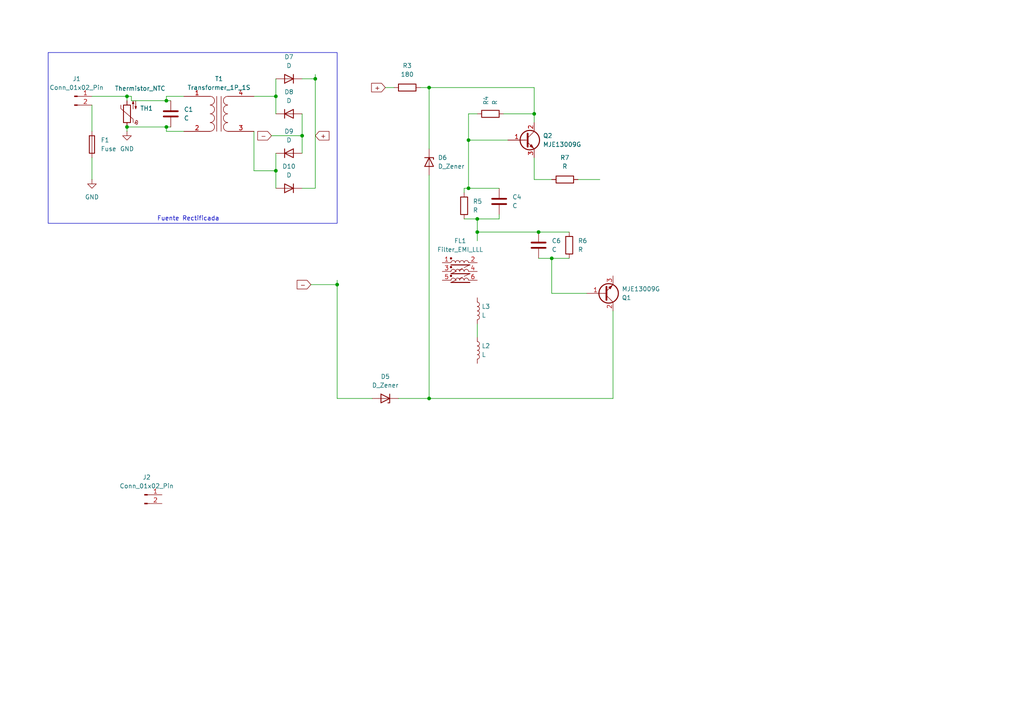
<source format=kicad_sch>
(kicad_sch (version 20231120) (generator "eeschema") (generator_version "8.0")
  (paper "A4")
  (lib_symbols
    (symbol "Connector:Conn_01x02_Pin" (pin_names (offset 1.016) hide)
      (property "Reference" "J" (at 0 2.54 0))
      (property "Value" "Conn_01x02_Pin" (at 0 -5.08 0))
      (symbol "Conn_01x02_Pin_1_1"
        (polyline (pts (xy 1.27 -2.54) (xy 0.8636 -2.54)) (stroke (width 0.1524)))
        (polyline (pts (xy 1.27 0) (xy 0.8636 0)) (stroke (width 0.1524)))
        (rectangle (start 0.8636 -2.413) (end 0 -2.667) (stroke (width 0.1524)) (fill (type outline)))
        (rectangle (start 0.8636 0.127) (end 0 -0.127) (stroke (width 0.1524)) (fill (type outline)))
        (pin passive line (at 5.08 0 180) (length 3.81) (name "Pin_1") (number "1"))
        (pin passive line (at 5.08 -2.54 180) (length 3.81) (name "Pin_2") (number "2"))
      )
    )
    (symbol "Device:C" (pin_numbers hide) (pin_names (offset 0.254))
      (property "Reference" "C" (at 0.635 2.54 0))
      (property "Value" "C" (at 0.635 -2.54 0))
      (symbol "C_0_1"
        (polyline (pts (xy -2.032 -0.762) (xy 2.032 -0.762)) (stroke (width 0.508)))
        (polyline (pts (xy -2.032 0.762) (xy 2.032 0.762)) (stroke (width 0.508)))
      )
      (symbol "C_1_1"
        (pin passive line (at 0 3.81 270) (length 2.794) (name "~") (number "1"))
        (pin passive line (at 0 -3.81 90) (length 2.794) (name "~") (number "2"))
      )
    )
    (symbol "Device:D" (pin_numbers hide) (pin_names (offset 1.016) hide)
      (property "Reference" "D" (at 0 2.54 0))
      (property "Value" "D" (at 0 -2.54 0))
      (symbol "D_0_1"
        (polyline (pts (xy -1.27 1.27) (xy -1.27 -1.27)) (stroke (width 0.254)))
        (polyline (pts (xy 1.27 0) (xy -1.27 0)))
        (polyline (pts (xy 1.27 1.27) (xy 1.27 -1.27) (xy -1.27 0) (xy 1.27 1.27)) (stroke (width 0.254)))
      )
      (symbol "D_1_1"
        (pin passive line (at -3.81 0 0) (length 2.54) (name "K") (number "1"))
        (pin passive line (at 3.81 0 180) (length 2.54) (name "A") (number "2"))
      )
    )
    (symbol "Device:D_Zener" (pin_numbers hide) (pin_names (offset 1.016) hide)
      (property "Reference" "D" (at 0 2.54 0))
      (property "Value" "D_Zener" (at 0 -2.54 0))
      (symbol "D_Zener_0_1"
        (polyline (pts (xy 1.27 0) (xy -1.27 0)))
        (polyline (pts (xy -1.27 -1.27) (xy -1.27 1.27) (xy -0.762 1.27)) (stroke (width 0.254)))
        (polyline (pts (xy 1.27 -1.27) (xy 1.27 1.27) (xy -1.27 0) (xy 1.27 -1.27)) (stroke (width 0.254)))
      )
      (symbol "D_Zener_1_1"
        (pin passive line (at -3.81 0 0) (length 2.54) (name "K") (number "1"))
        (pin passive line (at 3.81 0 180) (length 2.54) (name "A") (number "2"))
      )
    )
    (symbol "Device:Filter_EMI_LLL" (pin_names hide)
      (property "Reference" "FL" (at 0 5.08 0))
      (property "Value" "Filter_EMI_LLL" (at 0 -5.08 0))
      (symbol "Filter_EMI_LLL_0_1"
        (circle (center -2.54 -1.27) (radius 0.254) (fill (type outline)))
        (circle (center -2.54 1.27) (radius 0.254) (fill (type outline)))
        (circle (center -2.54 3.81) (radius 0.254) (fill (type outline)))
        (arc (start -1.27 -2.54) (mid -1.905 -1.9077) (end -2.54 -2.54))
        (arc (start -1.27 0) (mid -1.905 0.6323) (end -2.54 0))
        (arc (start -1.27 2.54) (mid -1.905 3.1723) (end -2.54 2.54))
        (arc (start 0 -2.54) (mid -0.635 -1.9077) (end -1.27 -2.54))
        (arc (start 0 0) (mid -0.635 0.6323) (end -1.27 0))
        (polyline (pts (xy -2.54 -3.175) (xy 2.921 -3.175)) (stroke (width 0.3)))
        (polyline (pts (xy -2.54 -0.635) (xy 2.921 -0.635)) (stroke (width 0.3)))
        (polyline (pts (xy -2.54 1.905) (xy 2.921 1.905)) (stroke (width 0.3)))
        (polyline (pts (xy -0.889 -2.413) (xy -2.54 -3.175)) (stroke (width 0.1524)))
        (polyline (pts (xy -0.889 0.127) (xy -2.54 -0.635)) (stroke (width 0.1524)))
        (polyline (pts (xy 0.762 -1.651) (xy -0.254 -2.159)) (stroke (width 0.1524)))
        (polyline (pts (xy 0.762 0.889) (xy -0.254 0.381)) (stroke (width 0.1524)))
        (polyline (pts (xy 2.921 -0.635) (xy 1.27 -1.397)) (stroke (width 0.1524)))
        (polyline (pts (xy 2.921 1.905) (xy 1.27 1.143)) (stroke (width 0.1524)))
        (arc (start 0 2.54) (mid -0.635 3.1723) (end -1.27 2.54))
        (arc (start 1.27 -2.54) (mid 0.635 -1.9077) (end 0 -2.54))
        (arc (start 1.27 0) (mid 0.635 0.6323) (end 0 0))
        (arc (start 1.27 2.54) (mid 0.635 3.1723) (end 0 2.54))
        (arc (start 2.54 -2.54) (mid 1.905 -1.9077) (end 1.27 -2.54))
        (arc (start 2.54 0) (mid 1.905 0.6323) (end 1.27 0))
        (arc (start 2.54 2.54) (mid 1.905 3.1723) (end 1.27 2.54))
      )
      (symbol "Filter_EMI_LLL_1_1"
        (pin passive line (at -5.08 2.54 0) (length 2.54) (name "1") (number "1"))
        (pin passive line (at 5.08 2.54 180) (length 2.54) (name "2") (number "2"))
        (pin passive line (at -5.08 0 0) (length 2.54) (name "3") (number "3"))
        (pin passive line (at 5.08 0 180) (length 2.54) (name "4") (number "4"))
        (pin passive line (at -5.08 -2.54 0) (length 2.54) (name "5") (number "5"))
        (pin passive line (at 5.08 -2.54 180) (length 2.54) (name "6") (number "6"))
      )
    )
    (symbol "Device:Fuse" (pin_numbers hide) (pin_names (offset 0))
      (property "Reference" "F" (at 2.032 0 90))
      (property "Value" "Fuse" (at -1.905 0 90))
      (symbol "Fuse_0_1"
        (rectangle (start -0.762 -2.54) (end 0.762 2.54) (stroke (width 0.254)))
        (polyline (pts (xy 0 2.54) (xy 0 -2.54)))
      )
      (symbol "Fuse_1_1"
        (pin passive line (at 0 3.81 270) (length 1.27) (name "~") (number "1"))
        (pin passive line (at 0 -3.81 90) (length 1.27) (name "~") (number "2"))
      )
    )
    (symbol "Device:L" (pin_numbers hide) (pin_names (offset 1.016) hide)
      (property "Reference" "L" (at -1.27 0 90))
      (property "Value" "L" (at 1.905 0 90))
      (symbol "L_0_1"
        (arc (start 0 -2.54) (mid 0.6323 -1.905) (end 0 -1.27))
        (arc (start 0 -1.27) (mid 0.6323 -0.635) (end 0 0))
        (arc (start 0 0) (mid 0.6323 0.635) (end 0 1.27))
        (arc (start 0 1.27) (mid 0.6323 1.905) (end 0 2.54))
      )
      (symbol "L_1_1"
        (pin passive line (at 0 3.81 270) (length 1.27) (name "1") (number "1"))
        (pin passive line (at 0 -3.81 90) (length 1.27) (name "2") (number "2"))
      )
    )
    (symbol "Device:R" (pin_numbers hide) (pin_names (offset 0))
      (property "Reference" "R" (at 2.032 0 90))
      (property "Value" "R" (at 0 0 90))
      (symbol "R_0_1"
        (rectangle (start -1.016 -2.54) (end 1.016 2.54) (stroke (width 0.254)))
      )
      (symbol "R_1_1"
        (pin passive line (at 0 3.81 270) (length 1.27) (name "~") (number "1"))
        (pin passive line (at 0 -3.81 90) (length 1.27) (name "~") (number "2"))
      )
    )
    (symbol "Device:Thermistor_NTC" (pin_numbers hide) (pin_names (offset 0))
      (property "Reference" "TH" (at -4.445 0 90))
      (property "Value" "Thermistor_NTC" (at 3.175 0 90))
      (symbol "Thermistor_NTC_0_1"
        (arc (start -3.048 2.159) (mid -3.0495 2.3143) (end -3.175 2.413))
        (arc (start -3.048 2.159) (mid -2.9736 1.9794) (end -2.794 1.905))
        (arc (start -3.048 2.794) (mid -2.9736 2.6144) (end -2.794 2.54))
        (arc (start -2.794 1.905) (mid -2.6144 1.9794) (end -2.54 2.159))
        (arc (start -2.794 2.54) (mid -2.4393 2.5587) (end -2.159 2.794))
        (arc (start -2.794 3.048) (mid -2.9736 2.9736) (end -3.048 2.794))
        (arc (start -2.54 2.794) (mid -2.6144 2.9736) (end -2.794 3.048))
        (rectangle (start -1.016 2.54) (end 1.016 -2.54) (stroke (width 0.254)))
        (polyline (pts (xy -2.54 2.159) (xy -2.54 2.794)))
        (polyline (pts (xy -1.778 2.54) (xy -1.778 1.524) (xy 1.778 -1.524) (xy 1.778 -2.54)))
        (polyline (pts (xy -2.54 -3.683) (xy -2.54 -1.397) (xy -2.794 -2.159) (xy -2.286 -2.159) (xy -2.54 -1.397) (xy -2.54 -1.651)) (fill (type outline)))
        (polyline (pts (xy -1.778 -1.397) (xy -1.778 -3.683) (xy -2.032 -2.921) (xy -1.524 -2.921) (xy -1.778 -3.683) (xy -1.778 -3.429)) (fill (type outline)))
      )
      (symbol "Thermistor_NTC_1_1"
        (pin passive line (at 0 3.81 270) (length 1.27) (name "~") (number "1"))
        (pin passive line (at 0 -3.81 90) (length 1.27) (name "~") (number "2"))
      )
    )
    (symbol "Device:Transformer_1P_1S" (pin_names (offset 1.016) hide)
      (property "Reference" "T" (at 0 6.35 0))
      (property "Value" "Transformer_1P_1S" (at 0 -7.62 0))
      (symbol "Transformer_1P_1S_0_1"
        (arc (start -2.54 -5.0546) (mid -1.6599 -4.6901) (end -1.27 -3.81))
        (arc (start -2.54 -2.5146) (mid -1.6599 -2.1501) (end -1.27 -1.27))
        (arc (start -2.54 0.0254) (mid -1.6599 0.3899) (end -1.27 1.27))
        (arc (start -2.54 2.5654) (mid -1.6599 2.9299) (end -1.27 3.81))
        (arc (start -1.27 -3.81) (mid -1.642 -2.912) (end -2.54 -2.54))
        (arc (start -1.27 -1.27) (mid -1.642 -0.372) (end -2.54 0))
        (arc (start -1.27 1.27) (mid -1.642 2.168) (end -2.54 2.54))
        (arc (start -1.27 3.81) (mid -1.642 4.708) (end -2.54 5.08))
        (polyline (pts (xy -0.635 5.08) (xy -0.635 -5.08)))
        (polyline (pts (xy 0.635 -5.08) (xy 0.635 5.08)))
        (arc (start 1.2954 -1.27) (mid 1.6599 -2.1501) (end 2.54 -2.5146))
        (arc (start 1.2954 1.27) (mid 1.6599 0.3899) (end 2.54 0.0254))
        (arc (start 1.2954 3.81) (mid 1.6599 2.9299) (end 2.54 2.5654))
        (arc (start 1.3208 -3.81) (mid 1.6853 -4.6901) (end 2.5654 -5.0546))
        (arc (start 2.54 0) (mid 1.642 -0.372) (end 1.2954 -1.27))
        (arc (start 2.54 2.54) (mid 1.642 2.168) (end 1.2954 1.27))
        (arc (start 2.54 5.08) (mid 1.642 4.708) (end 1.2954 3.81))
        (arc (start 2.5654 -2.54) (mid 1.6674 -2.912) (end 1.3208 -3.81))
      )
      (symbol "Transformer_1P_1S_1_1"
        (pin passive line (at -10.16 5.08 0) (length 7.62) (name "AA") (number "1"))
        (pin passive line (at -10.16 -5.08 0) (length 7.62) (name "AB") (number "2"))
        (pin passive line (at 10.16 -5.08 180) (length 7.62) (name "SA") (number "3"))
        (pin passive line (at 10.16 5.08 180) (length 7.62) (name "SB") (number "4"))
      )
    )
    (symbol "Transistor_BJT:MJE13009G" (pin_names (offset 0) hide)
      (property "Reference" "Q" (at 6.35 1.905 0))
      (property "Value" "MJE13009G" (at 6.35 0 0))
      (symbol "MJE13009G_0_1"
        (polyline (pts (xy 0 0) (xy 0.635 0)))
        (polyline (pts (xy 2.54 2.54) (xy 0.635 0.635)))
        (polyline (pts (xy 0.635 1.905) (xy 0.635 -1.905) (xy 0.635 -1.905)) (stroke (width 0.508)))
        (polyline (pts (xy 2.286 -2.286) (xy 1.778 -1.778) (xy 1.778 -1.778)))
        (polyline (pts (xy 2.54 -2.54) (xy 0.635 -0.635) (xy 1.27 -1.27)) (fill (type outline)))
        (polyline (pts (xy 1.27 -1.778) (xy 1.778 -1.27) (xy 2.286 -2.286) (xy 1.27 -1.778) (xy 1.27 -1.778)) (fill (type outline)))
        (circle (center 1.27 0) (radius 2.8194) (stroke (width 0.3048)))
      )
      (symbol "MJE13009G_1_1"
        (pin input line (at -5.08 0 0) (length 5.08) (name "B") (number "1"))
        (pin passive line (at 2.54 5.08 270) (length 2.54) (name "C") (number "2"))
        (pin passive line (at 2.54 -5.08 90) (length 2.54) (name "E") (number "3"))
      )
    )
    (symbol "power:GND" (power) (pin_numbers hide) (pin_names (offset 0) hide)
      (property "Value" "GND" (at 0 -3.81 0))
      (symbol "GND_0_1"
        (polyline (pts (xy 0 0) (xy 0 -1.27) (xy 1.27 -1.27) (xy 0 -2.54) (xy -1.27 -1.27) (xy 0 -1.27)))
      )
      (symbol "GND_1_1"
        (pin power_in line (at 0 0 270) (length 0) (name "~") (number "1"))
      )
    )
  )
  (junction (at 80.01 49.53))
  (junction (at 36.83 36.83))
  (junction (at 154.94 33.02))
  (junction (at 135.89 40.64))
  (junction (at 97.79 82.55))
  (junction (at 138.43 63.5))
  (junction (at 156.21 67.31))
  (junction (at 87.63 39.37))
  (junction (at 138.43 67.31))
  (junction (at 124.46 25.4))
  (junction (at 48.26 36.83))
  (junction (at 135.89 54.61))
  (junction (at 48.26 29.21))
  (junction (at 124.46 115.57))
  (junction (at 36.83 27.94))
  (junction (at 160.02 74.93))
  (junction (at 91.44 22.86))
  (junction (at 80.01 27.94))
  (wire (pts (xy 135.89 33.02) (xy 138.43 33.02)))
  (wire (pts (xy 121.92 25.4) (xy 124.46 25.4)))
  (wire (pts (xy 135.89 40.64) (xy 135.89 54.61)))
  (wire (pts (xy 160.02 74.93) (xy 165.1 74.93)))
  (wire (pts (xy 53.34 27.94) (xy 48.26 27.94)))
  (wire (pts (xy 91.44 21.59) (xy 91.44 22.86)))
  (wire (pts (xy 80.01 49.53) (xy 80.01 54.61)))
  (wire (pts (xy 134.62 63.5) (xy 138.43 63.5)))
  (wire (pts (xy 78.74 39.37) (xy 87.63 39.37)))
  (wire (pts (xy 36.83 36.83) (xy 36.83 38.1)))
  (wire (pts (xy 154.94 52.07) (xy 160.02 52.07)))
  (wire (pts (xy 138.43 63.5) (xy 138.43 67.31)))
  (wire (pts (xy 124.46 50.8) (xy 124.46 115.57)))
  (wire (pts (xy 87.63 33.02) (xy 87.63 39.37)))
  (wire (pts (xy 154.94 52.07) (xy 154.94 45.72)))
  (wire (pts (xy 48.26 38.1) (xy 48.26 36.83)))
  (wire (pts (xy 138.43 93.98) (xy 138.43 97.79)))
  (wire (pts (xy 97.79 115.57) (xy 107.95 115.57)))
  (wire (pts (xy 26.67 45.72) (xy 26.67 52.07)))
  (wire (pts (xy 134.62 54.61) (xy 135.89 54.61)))
  (wire (pts (xy 146.05 33.02) (xy 154.94 33.02)))
  (wire (pts (xy 53.34 38.1) (xy 48.26 38.1)))
  (wire (pts (xy 97.79 82.55) (xy 90.17 82.55)))
  (wire (pts (xy 73.66 38.1) (xy 73.66 49.53)))
  (wire (pts (xy 160.02 74.93) (xy 160.02 85.09)))
  (wire (pts (xy 144.78 62.23) (xy 144.78 63.5)))
  (wire (pts (xy 97.79 115.57) (xy 97.79 82.55)))
  (wire (pts (xy 38.1 29.21) (xy 48.26 29.21)))
  (wire (pts (xy 48.26 29.21) (xy 49.53 29.21)))
  (wire (pts (xy 97.79 81.28) (xy 97.79 82.55)))
  (wire (pts (xy 73.66 27.94) (xy 80.01 27.94)))
  (wire (pts (xy 91.44 54.61) (xy 91.44 22.86)))
  (wire (pts (xy 154.94 25.4) (xy 154.94 33.02)))
  (wire (pts (xy 154.94 35.56) (xy 154.94 33.02)))
  (wire (pts (xy 73.66 49.53) (xy 80.01 49.53)))
  (wire (pts (xy 138.43 63.5) (xy 144.78 63.5)))
  (wire (pts (xy 156.21 67.31) (xy 165.1 67.31)))
  (wire (pts (xy 48.26 27.94) (xy 48.26 29.21)))
  (wire (pts (xy 26.67 30.48) (xy 26.67 38.1)))
  (wire (pts (xy 87.63 54.61) (xy 91.44 54.61)))
  (wire (pts (xy 138.43 67.31) (xy 156.21 67.31)))
  (wire (pts (xy 36.83 36.83) (xy 48.26 36.83)))
  (wire (pts (xy 160.02 85.09) (xy 170.18 85.09)))
  (wire (pts (xy 135.89 54.61) (xy 144.78 54.61)))
  (wire (pts (xy 135.89 40.64) (xy 135.89 33.02)))
  (wire (pts (xy 80.01 27.94) (xy 80.01 22.86)))
  (wire (pts (xy 80.01 44.45) (xy 80.01 49.53)))
  (wire (pts (xy 91.44 22.86) (xy 87.63 22.86)))
  (wire (pts (xy 138.43 67.31) (xy 138.43 69.85)))
  (wire (pts (xy 38.1 29.21) (xy 38.1 27.94)))
  (wire (pts (xy 177.8 90.17) (xy 177.8 115.57)))
  (wire (pts (xy 135.89 40.64) (xy 147.32 40.64)))
  (wire (pts (xy 124.46 25.4) (xy 124.46 43.18)))
  (wire (pts (xy 177.8 115.57) (xy 124.46 115.57)))
  (wire (pts (xy 80.01 33.02) (xy 80.01 27.94)))
  (wire (pts (xy 134.62 54.61) (xy 134.62 55.88)))
  (wire (pts (xy 124.46 25.4) (xy 154.94 25.4)))
  (wire (pts (xy 173.99 52.07) (xy 167.64 52.07)))
  (wire (pts (xy 36.83 27.94) (xy 36.83 29.21)))
  (wire (pts (xy 48.26 36.83) (xy 49.53 36.83)))
  (wire (pts (xy 26.67 27.94) (xy 36.83 27.94)))
  (wire (pts (xy 38.1 27.94) (xy 36.83 27.94)))
  (wire (pts (xy 111.76 25.4) (xy 114.3 25.4)))
  (wire (pts (xy 87.63 39.37) (xy 87.63 44.45)))
  (wire (pts (xy 156.21 74.93) (xy 160.02 74.93)))
  (wire (pts (xy 115.57 115.57) (xy 124.46 115.57)))
  (rectangle (start 13.97 15.24) (end 97.79 64.77))
  (text "Fuente Rectificada" (at 54.61 63.5 0) (effects (font (size 1.27 1.27))))
  (global_label "+" (shape input) (at 91.44 39.37 0) (property "Intersheetrefs" "${INTERSHEET_REFS}" (effects (hide yes))))
  (global_label "-" (shape input) (at 90.17 82.55 180) (property "Intersheetrefs" "${INTERSHEET_REFS}" (effects (hide yes))))
  (global_label "+" (shape input) (at 111.76 25.4 180) (property "Intersheetrefs" "${INTERSHEET_REFS}" (effects (hide yes))))
  (global_label "-" (shape input) (at 78.74 39.37 180) (property "Intersheetrefs" "${INTERSHEET_REFS}" (effects (hide yes))))
  (symbol (lib_id "Device:D") (at 83.82 44.45 0) (unit 1)
    (property "Reference" "D9" (at 83.82 38.1 0))
    (property "Value" "D" (at 83.82 40.64 0))
    (property "Description" "Diode" (effects (hide yes)))
    (property "Sim.Device" "D" (effects (hide yes)))
    (property "Sim.Pins" "1=K 2=A" (effects (hide yes)))
  )
  (symbol (lib_id "Transistor_BJT:MJE13009G") (at 152.4 40.64 0) (unit 1)
    (property "Reference" "Q2" (at 157.48 39.3699 0) (effects (justify left)))
    (property "Value" "MJE13009G" (at 157.48 41.9099 0) (effects (justify left)))
    (property "Footprint" "Package_TO_SOT_THT:TO-220-3_Vertical" (effects (hide yes)))
    (property "Datasheet" "http://www.onsemi.com/pub_link/Collateral/MJE13009-D.PDF" (effects (hide yes)))
    (property "Description" "12A Ic, 400V Vce, Silicon Switching Power NPN Transistors, TO-220" (effects (hide yes)))
  )
  (symbol (lib_id "Device:D") (at 83.82 33.02 0) (unit 1)
    (property "Reference" "D8" (at 83.82 26.67 0))
    (property "Value" "D" (at 83.82 29.21 0))
    (property "Description" "Diode" (effects (hide yes)))
    (property "Sim.Device" "D" (effects (hide yes)))
    (property "Sim.Pins" "1=K 2=A" (effects (hide yes)))
  )
  (symbol (lib_id "Device:R") (at 134.62 59.69 0) (unit 1)
    (property "Reference" "R5" (at 137.16 58.4199 0) (effects (justify left)))
    (property "Value" "R" (at 137.16 60.9599 0) (effects (justify left)))
    (property "Description" "Resistor" (effects (hide yes)))
  )
  (symbol (lib_id "Device:D") (at 83.82 54.61 180) (unit 1)
    (property "Reference" "D10" (at 83.82 48.26 0))
    (property "Value" "D" (at 83.82 50.8 0))
    (property "Description" "Diode" (effects (hide yes)))
    (property "Sim.Device" "D" (effects (hide yes)))
    (property "Sim.Pins" "1=K 2=A" (effects (hide yes)))
  )
  (symbol (lib_id "Device:Filter_EMI_LLL") (at 133.35 78.74 0) (unit 1)
    (property "Reference" "FL1" (at 133.4885 69.85 0))
    (property "Value" "Filter_EMI_LLL" (at 133.4885 72.39 0))
    (property "Description" "EMI 3-inductor filter" (effects (hide yes)))
  )
  (symbol (lib_id "Device:Thermistor_NTC") (at 36.83 33.02 180) (unit 1)
    (property "Reference" "TH1" (at 40.64 31.4324 0) (effects (justify right)))
    (property "Value" "Thermistor_NTC" (at 33.274 25.654 0) (effects (justify right)))
    (property "Description" "Temperature dependent resistor, negative temperature coefficient" (effects (hide yes)))
  )
  (symbol (lib_id "Connector:Conn_01x02_Pin") (at 21.59 27.94 0) (unit 1)
    (property "Reference" "J1" (at 22.225 22.86 0))
    (property "Value" "Conn_01x02_Pin" (at 22.225 25.4 0))
    (property "Description" "Generic connector, single row, 01x02, script generated" (effects (hide yes)))
  )
  (symbol (lib_id "Device:Transformer_1P_1S") (at 63.5 33.02 0) (unit 1)
    (property "Reference" "T1" (at 63.5127 22.86 0))
    (property "Value" "Transformer_1P_1S" (at 63.5127 25.4 0))
    (property "Description" "Transformer, single primary, single secondary" (effects (hide yes)))
  )
  (symbol (lib_id "Device:Fuse") (at 26.67 41.91 0) (unit 1)
    (property "Reference" "F1" (at 29.21 40.6399 0) (effects (justify left)))
    (property "Value" "Fuse" (at 29.21 43.1799 0) (effects (justify left)))
    (property "Description" "Fuse" (effects (hide yes)))
  )
  (symbol (lib_id "Device:L") (at 138.43 90.17 0) (unit 1)
    (property "Reference" "L3" (at 139.7 88.8999 0) (effects (justify left)))
    (property "Value" "L" (at 139.7 91.4399 0) (effects (justify left)))
    (property "Description" "Inductor" (effects (hide yes)))
  )
  (symbol (lib_id "Device:R") (at 163.83 52.07 90) (unit 1)
    (property "Reference" "R7" (at 163.83 45.72 90))
    (property "Value" "R" (at 163.83 48.26 90))
    (property "Description" "Resistor" (effects (hide yes)))
  )
  (symbol (lib_id "Device:C") (at 156.21 71.12 0) (unit 1)
    (property "Reference" "C6" (at 160.02 69.8499 0) (effects (justify left)))
    (property "Value" "C" (at 160.02 72.3899 0) (effects (justify left)))
    (property "Description" "Unpolarized capacitor" (effects (hide yes)))
  )
  (symbol (lib_id "power:GND") (at 36.83 38.1 0) (unit 1)
    (property "Reference" "#PWR02" (effects (hide yes)))
    (property "Value" "GND" (at 36.83 43.18 0))
    (property "Description" "Power symbol creates a global label with name \"GND\" , ground" (effects (hide yes)))
  )
  (symbol (lib_id "Device:R") (at 165.1 71.12 0) (unit 1)
    (property "Reference" "R6" (at 167.64 69.8499 0) (effects (justify left)))
    (property "Value" "R" (at 167.64 72.3899 0) (effects (justify left)))
    (property "Description" "Resistor" (effects (hide yes)))
  )
  (symbol (lib_id "Device:D") (at 83.82 22.86 180) (unit 1)
    (property "Reference" "D7" (at 83.82 16.51 0))
    (property "Value" "D" (at 83.82 19.05 0))
    (property "Description" "Diode" (effects (hide yes)))
    (property "Sim.Device" "D" (effects (hide yes)))
    (property "Sim.Pins" "1=K 2=A" (effects (hide yes)))
  )
  (symbol (lib_id "Device:C") (at 144.78 58.42 180) (unit 1)
    (property "Reference" "C4" (at 148.59 57.1499 0) (effects (justify right)))
    (property "Value" "C" (at 148.59 59.6899 0) (effects (justify right)))
    (property "Description" "Unpolarized capacitor" (effects (hide yes)))
  )
  (symbol (lib_id "Device:D_Zener") (at 124.46 46.99 270) (unit 1)
    (property "Reference" "D6" (at 127 45.7199 90) (effects (justify left)))
    (property "Value" "D_Zener" (at 127 48.2599 90) (effects (justify left)))
    (property "Description" "Zener diode" (effects (hide yes)))
  )
  (symbol (lib_id "Connector:Conn_01x02_Pin") (at 41.91 143.51 0) (unit 1)
    (property "Reference" "J2" (at 42.545 138.43 0))
    (property "Value" "Conn_01x02_Pin" (at 42.545 140.97 0))
    (property "Description" "Generic connector, single row, 01x02, script generated" (effects (hide yes)))
  )
  (symbol (lib_id "power:GND") (at 26.67 52.07 0) (unit 1)
    (property "Reference" "#PWR01" (effects (hide yes)))
    (property "Value" "GND" (at 26.67 57.15 0))
    (property "Description" "Power symbol creates a global label with name \"GND\" , ground" (effects (hide yes)))
  )
  (symbol (lib_id "Device:L") (at 138.43 101.6 0) (unit 1)
    (property "Reference" "L2" (at 139.7 100.3299 0) (effects (justify left)))
    (property "Value" "L" (at 139.7 102.8699 0) (effects (justify left)))
    (property "Description" "Inductor" (effects (hide yes)))
  )
  (symbol (lib_id "Device:R") (at 142.24 33.02 270) (unit 1)
    (property "Reference" "R4" (at 140.9699 30.48 0) (effects (justify right)))
    (property "Value" "R" (at 143.5099 30.48 0) (effects (justify right)))
    (property "Description" "Resistor" (effects (hide yes)))
  )
  (symbol (lib_id "Transistor_BJT:MJE13009G") (at 175.26 85.09 0) (mirror x) (unit 1)
    (property "Reference" "Q1" (at 180.34 86.3601 0) (effects (justify left)))
    (property "Value" "MJE13009G" (at 180.34 83.8201 0) (effects (justify left)))
    (property "Footprint" "Package_TO_SOT_THT:TO-220-3_Vertical" (effects (hide yes)))
    (property "Datasheet" "http://www.onsemi.com/pub_link/Collateral/MJE13009-D.PDF" (effects (hide yes)))
    (property "Description" "12A Ic, 400V Vce, Silicon Switching Power NPN Transistors, TO-220" (effects (hide yes)))
  )
  (symbol (lib_id "Device:D_Zener") (at 111.76 115.57 180) (unit 1)
    (property "Reference" "D5" (at 111.76 109.22 0))
    (property "Value" "D_Zener" (at 111.76 111.76 0))
    (property "Description" "Zener diode" (effects (hide yes)))
  )
  (symbol (lib_id "Device:R") (at 118.11 25.4 90) (unit 1)
    (property "Reference" "R3" (at 118.11 19.05 90))
    (property "Value" "180" (at 118.11 21.59 90))
    (property "Description" "Resistor" (effects (hide yes)))
  )
  (symbol (lib_id "Device:C") (at 49.53 33.02 0) (unit 1)
    (property "Reference" "C1" (at 53.34 31.7499 0) (effects (justify left)))
    (property "Value" "C" (at 53.34 34.2899 0) (effects (justify left)))
    (property "Description" "Unpolarized capacitor" (effects (hide yes)))
  )
)
</source>
